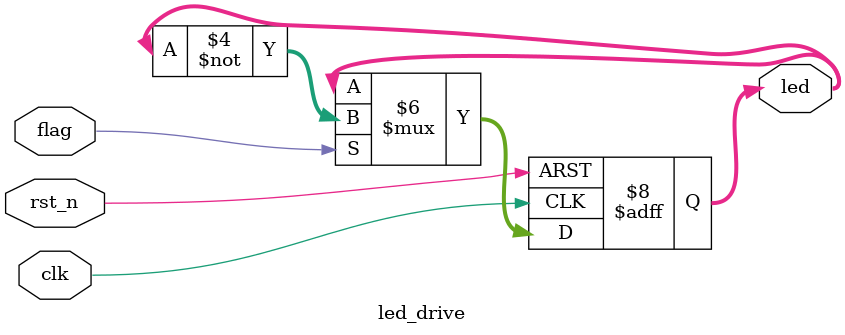
<source format=v>
module led_drive (
    input wire clk,
    input wire rst_n,
    input wire flag,
    output reg [7:0] led
);

    

    always @ (posedge clk or negedge rst_n) begin
        if (rst_n == 1'd0)
            led <= 8'b11111111;       
        else if (flag == 1)
            led <= ~led;
            else
            led <= led;
    end
    
endmodule
</source>
